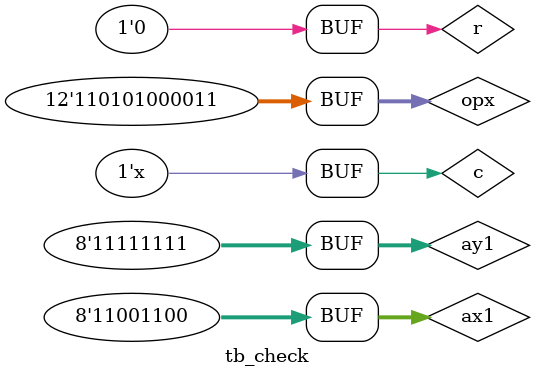
<source format=v>
module masterckt1(datawrite,outdata,data1,data2,clock,reset,func1);
   reg ack1;
   reg nack1;
   reg startx;
   reg stopx; 
   output reg [7:0] outdata;    
   input [7:0] data1,data2;
   input [11:0] func1;
   wire [11:0] func1; 
   input clock;
   input reset;
   reg [7:0] psw1;
   output [11:0] datawrite; 
   reg [3:0]adreg;
   integer x = 0;
   reg start;
   reg stop;
   reg [11:0] datawrite;
   reg [11:0] datax;
   reg [3:0] func2;
   reg check = 1'b0;
   integer k = 0;
 initial 
begin
psw1 = 0;
nack1 = 1'b1;
ack1 = 1'b1;
startx = 1'b1;
stopx = 1'b1;
adreg = 4'b0010;
#30 adreg = 4'b001;
end

/*
psw register bits
psw[0] = carry
psw[1] = na;
psw[2] = parity
psw[3] = na
psw[4] = auxilliary carry
psw[5] = na
psw[6] = zero
psw[7] = sign


module alu (op,a,b,opcode);

  output reg [7:0] op;     //output of alu
   input [7:0]     a,b;    //inputs to alu
   input [3:0] opcode;     //control signal for different operation



   4'b0000 : add
   4'b0001 : subtract
   4'b0010 : compare
   4'b0011 : parity
   4'b0100 : remainder
   4'b0101 : bitwise AND
   4'b0110 : bitwise OR
   4'b0111 : logical AND
   4'b1000 : logical OR
   4'b1001 : bitwise XOR
   4'b1010 : bitwise NOT
   4'b1011 : logical NOT
   4'b1100 : right shift 
   4'b1101 : left shift 
   4'b1110 : increment
   4'b1111 : decrement
 
*/

always @(posedge clock)
begin
for (k = 0; k < 4; k = k + 1)
   func2[k] = func1[k+2]; 
if (reset == 1)
begin 
outdata <= 0;
psw1 <= 0;
end
else 
begin
 case (func2)
   4'b0000 :  
        begin 
        outdata = data1 + data2;
        if (data1+data2 > 8'b11111111)
         psw1[0] <= 1'b1;
        else if (data1 <00001111 && data2 < 00001111)
         psw1[4] <= outdata[4];
        else 
        psw1[0] <= 1'b0;
        end

   4'b0001 : 
       begin 
        if(data1 > data2) 
        begin
        outdata = data1 - data2;
        psw1[6] <= 1'b0; 
        end
        else 
        begin
        outdata = data1 - data2;
        psw1[6] <= 1'b1;
        end 
       end
 
  4'b0010 : 
       begin  
       if (data1 > data2)
        begin
        outdata = data1;
        psw1[0] <= 1'b0;
        psw1[6] <= 1'b0; 
        end
       else if (data1 == data2)
        begin
        outdata = data2;
        psw1[6] <= 1'b1;
        end
       else 
        begin 
        outdata = data2;
        psw1[0] <= 1'b1;
        end 

       end 

   4'b0011 :  
       begin 
       outdata = data1;
       psw1[2] <= ^data1;
       end
 
  4'b0100 : 
       begin
       outdata = data1 % data2;
       end
 
  4'b0101 :
       begin
       outdata = data1 & data2;
       end
 
  4'b0110 :
       begin
       outdata = data1 | data2;
       end

   4'b0111 :
       begin 
       outdata = data1 && data2;
       end

   4'b1000 : 
       begin
       outdata = data1 || data2;
       end

   4'b1001 : 
       begin
       outdata = data1 ^ data2;
       end

   4'b1010 :
       begin
       outdata = ~ data1;
       end

   4'b1011 :
       begin
       outdata = ! data1;
       end

   4'b1100 :  
       begin
       outdata = data1 >> 1;
       end

   4'b1101 :
      begin
      outdata = data1 << 1;
      end

   4'b1110 :

      begin
      outdata = data1 + 1;
      end

   4'b1111 :
      begin
      outdata = data1 - 1;
      end

   default:outdata = 8'bXXXXXXXX;
 endcase
end
for (x = 0; x < 8; x = x + 1)
   begin
   datawrite[x+2] <= outdata[x];
   datawrite[0] = 1'b1;
   datawrite[1] = ack1;
   datawrite[10] = nack1;
   datawrite[11] = 1'b1;
  end 
end

   write w1(.startbit(startx),.endbit(stopx),.clk1(clock),.maindata(datawrite),.addreg(adreg));
   readins r1(.inssend(func1),.ins(func2),.startins(startx),.clkins(clock),.addins(adreg));
endmodule

module tb_check();
reg [7:0]ax1,ay1;
reg [11:0]opx;
reg c;
reg r;
wire [7:0]az1;
wire [11:0] dm;
masterckt1 a1(.datawrite(dm),.outdata(az1),.data1(ax1),.data2(ay1),.func1(opx),.clock(c),.reset(r));
initial 
begin 
c = 1'b0;
r = 1'b1;
ax1 = 8'b11001100;
ay1 = 8'b11111111;
opx = 12'b110101000011;
#10 r = 1'b0;
end
always 
#5 c = ~c;
endmodule  
</source>
